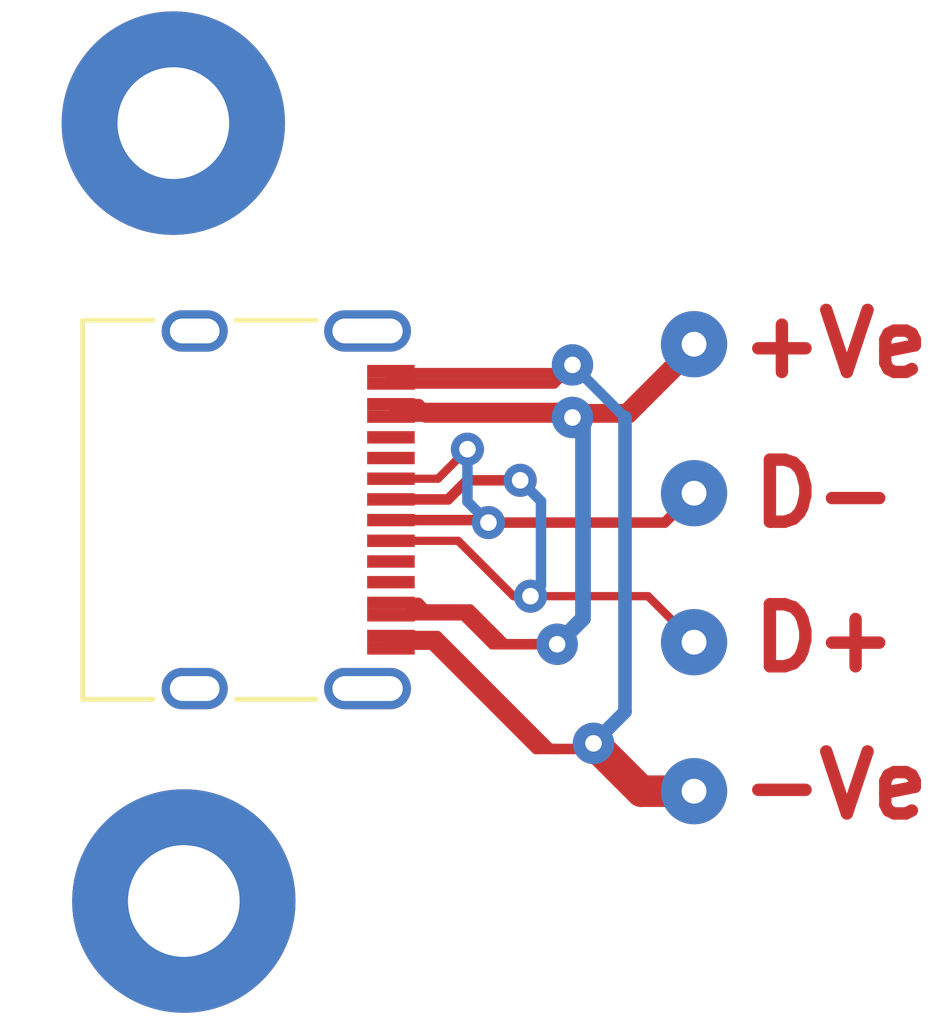
<source format=kicad_pcb>
(kicad_pcb (version 20211014) (generator pcbnew)
  (title_block (title "USB Type C Breakout board ") (date "2022-01-02") (rev "1"))
  (layers (0 "F.Cu" signal) (31 "B.Cu" signal) (34 "B.Paste" user) (35 "F.Paste" user) (36 "B.SilkS" user "B.Silkscreen") (37 "F.SilkS" user "F.Silkscreen") (38 "B.Mask" user) (39 "F.Mask" user) (44 "Edge.Cuts" user))
  (net 0 "")
  (net 1 "Net-(J1-PadA1)")
  (net 2 "Net-(J1-PadA4)")
  (net 4 "Net-(J1-PadA6)")
  (net 5 "Net-(J1-PadA7)")
  (footprint "MountingHole:MountingHole_2.7mm_Pad" (layer "F.Cu") (at 89.408 57.658)
    (fp_text reference "REF**" hide)
    (fp_text value "2.7mm" hide)
    (pad "1" thru_hole circle (at 0 0) (size 5.4 5.4) (drill 2.7) (layers *.Cu *.Mask))
  )
  (footprint "Connector_Wire:SolderWire-0.1sqmm_1x04_P3.6mm_D0.4mm_OD1mm" (layer "F.Cu") (at 102 63 -90)
    (fp_text reference "J2" hide)
    (fp_text value "Conn")
    (pad "1" thru_hole oval (at 0 0 270) (size 1.6 1.6) (drill 0.6) (layers *.Cu *.Mask) (net 2 "Net-(J1-PadA4)"))
    (pad "2" thru_hole circle (at 3.6 0 270) (size 1.6 1.6) (drill 0.6) (layers *.Cu *.Mask) (net 5 "Net-(J1-PadA7)"))
    (pad "3" thru_hole circle (at 7.2 0 270) (size 1.6 1.6) (drill 0.6) (layers *.Cu *.Mask) (net 4 "Net-(J1-PadA6)"))
    (pad "4" thru_hole circle (at 10.8 0 270) (size 1.6 1.6) (drill 0.6) (layers *.Cu *.Mask) (net 1 "Net-(J1-PadA1)"))
  )
  (footprint "Connector_USB:USB_C_Receptacle_XKB_U262-16XN-4BVC11" (layer "F.Cu") (at 91 67 -90)
    (fp_text reference "J1" hide)
    (fp_text value "USBC")
    (fp_line (start 4.58 3.785) (end -4.58 3.785) (layer "F.SilkS") (width 0.12))
    (fp_line (start -4.58 -1.85) (end -4.58 0.07) (layer "F.SilkS") (width 0.12))
    (fp_line (start 4.58 2.08) (end 4.58 3.785) (layer "F.SilkS") (width 0.12))
    (fp_line (start -4.58 3.785) (end -4.58 2.08) (layer "F.SilkS") (width 0.12))
    (fp_line (start 4.58 0.07) (end 4.58 -1.85) (layer "F.SilkS") (width 0.12))
    (pad "" np_thru_hole circle (at -2.89 -2.605 270) (size 0.65 0.65) (drill 0.65) (layers *.Cu *.Mask))
    (pad "" np_thru_hole circle (at 2.89 -2.605 270) (size 0.65 0.65) (drill 0.65) (layers *.Cu *.Mask))
    (pad "A1" smd rect (at -3.35 -3.67 270) (size 0.3 1.15) (layers "F.Cu" "F.Paste" "F.Mask") (net 1 "Net-(J1-PadA1)"))
    (pad "A4" smd rect (at -2.55 -3.67 270) (size 0.3 1.15) (layers "F.Cu" "F.Paste" "F.Mask") (net 2 "Net-(J1-PadA4)"))
    (pad "A5" smd rect (at -1.25 -3.67 270) (size 0.3 1.15) (layers "F.Cu" "F.Paste" "F.Mask"))
    (pad "A6" smd rect (at -0.25 -3.67 270) (size 0.3 1.15) (layers "F.Cu" "F.Paste" "F.Mask") (net 4 "Net-(J1-PadA6)"))
    (pad "A7" smd rect (at 0.25 -3.67 270) (size 0.3 1.15) (layers "F.Cu" "F.Paste" "F.Mask") (net 5 "Net-(J1-PadA7)"))
    (pad "A8" smd rect (at 1.25 -3.67 270) (size 0.3 1.15) (layers "F.Cu" "F.Paste" "F.Mask"))
    (pad "A9" smd rect (at 2.55 -3.67 270) (size 0.3 1.15) (layers "F.Cu" "F.Paste" "F.Mask") (net 2 "Net-(J1-PadA4)"))
    (pad "A12" smd rect (at 3.35 -3.67 270) (size 0.3 1.15) (layers "F.Cu" "F.Paste" "F.Mask") (net 1 "Net-(J1-PadA1)"))
    (pad "B1" smd rect (at 3.05 -3.67 270) (size 0.3 1.15) (layers "F.Cu" "F.Paste" "F.Mask") (net 1 "Net-(J1-PadA1)"))
    (pad "B4" smd rect (at 2.25 -3.67 270) (size 0.3 1.15) (layers "F.Cu" "F.Paste" "F.Mask") (net 2 "Net-(J1-PadA4)"))
    (pad "B5" smd rect (at 1.75 -3.67 270) (size 0.3 1.15) (layers "F.Cu" "F.Paste" "F.Mask"))
    (pad "B6" smd rect (at 0.75 -3.67 270) (size 0.3 1.15) (layers "F.Cu" "F.Paste" "F.Mask") (net 4 "Net-(J1-PadA6)"))
    (pad "B7" smd rect (at -0.75 -3.67 270) (size 0.3 1.15) (layers "F.Cu" "F.Paste" "F.Mask") (net 5 "Net-(J1-PadA7)"))
    (pad "B8" smd rect (at -1.75 -3.67 270) (size 0.3 1.15) (layers "F.Cu" "F.Paste" "F.Mask"))
    (pad "B9" smd rect (at -2.25 -3.67 270) (size 0.3 1.15) (layers "F.Cu" "F.Paste" "F.Mask") (net 2 "Net-(J1-PadA4)"))
    (pad "B12" smd rect (at -3.05 -3.67 270) (size 0.3 1.15) (layers "F.Cu" "F.Paste" "F.Mask") (net 1 "Net-(J1-PadA1)"))
    (pad "S1" thru_hole oval (at -4.32 -3.105 270) (size 1 2.1) (drill oval 0.6 1.7) (layers *.Cu *.Mask))
    (pad "S1" thru_hole oval (at 4.32 1.075 270) (size 1 1.6) (drill oval 0.6 1.2) (layers *.Cu *.Mask))
    (pad "S1" thru_hole oval (at -4.32 1.075 270) (size 1 1.6) (drill oval 0.6 1.2) (layers *.Cu *.Mask))
    (pad "S1" thru_hole oval (at 4.32 -3.105 270) (size 1 2.1) (drill oval 0.6 1.7) (layers *.Cu *.Mask))
  )
  (footprint "MountingHole:MountingHole_2.7mm_Pad" (layer "F.Cu") (at 89.662 76.454)
    (fp_text reference "REF**" hide)
    (fp_text value "2.7mm" hide)
    (pad "1" thru_hole circle (at 0 0) (size 5.4 5.4) (drill 2.7) (layers *.Cu *.Mask))
  )
  (gr_text "-Ve\n" (at 105.41 73.66) (layer "F.Cu") (effects (font (size 1.5 1.5) (thickness 0.3))))
  (gr_text "+Ve" (at 105.41 62.992) (layer "F.Cu") (effects (font (size 1.5 1.5) (thickness 0.3))))
  (gr_text "D+\n" (at 105.156 70.104) (layer "F.Cu") (effects (font (size 1.5 1.5) (thickness 0.3))))
  (gr_text "D-\n\n" (at 105.156 67.818) (layer "F.Cu") (effects (font (size 1.5 1.5) (thickness 0.3))))
  (segment (start 98.86 63.7) (end 99.06 63.5) (width 0.254) (layer "F.Cu") (net 1))
  (segment (start 102 73.8) (end 100.724 73.8) (width 0.762) (layer "F.Cu") (net 1))
  (segment (start 94.72 63.7) (end 98.86 63.7) (width 0.254) (layer "F.Cu") (net 1))
  (segment (start 95.79 70.05) (end 98.52 72.78) (width 0.25) (layer "F.Cu") (net 1))
  (segment (start 94.67 70.35) (end 94.76 70.26) (width 0.254) (layer "F.Cu") (net 1))
  (segment (start 94.67 63.65) (end 94.72 63.7) (width 0.254) (layer "F.Cu") (net 1))
  (segment (start 94.67 63.95) (end 98.61 63.95) (width 0.254) (layer "F.Cu") (net 1))
  (segment (start 94.67 70.05) (end 95.79 70.05) (width 0.25) (layer "F.Cu") (net 1))
  (segment (start 100.724 73.8) (end 99.568 72.644) (width 0.762) (layer "F.Cu") (net 1))
  (segment (start 95.66 70.26) (end 98.18 72.78) (width 0.254) (layer "F.Cu") (net 1))
  (segment (start 98.18 72.78) (end 98.67 72.78) (width 0.254) (layer "F.Cu") (net 1))
  (segment (start 98.67 72.78) (end 99.432 72.78) (width 0.254) (layer "F.Cu") (net 1))
  (segment (start 94.76 70.26) (end 95.66 70.26) (width 0.254) (layer "F.Cu") (net 1))
  (segment (start 98.52 72.78) (end 98.67 72.78) (width 0.25) (layer "F.Cu") (net 1))
  (segment (start 98.61 63.95) (end 99.06 63.5) (width 0.254) (layer "F.Cu") (net 1))
  (segment (start 94.67 63.65) (end 94.67 63.95) (width 0.254) (layer "F.Cu") (net 1))
  (segment (start 99.432 72.78) (end 99.568 72.644) (width 0.254) (layer "F.Cu") (net 1))
  (via (at 99.568 72.644) (size 1) (drill 0.4) (layers "F.Cu" "B.Cu") (net 1))
  (via (at 99.06 63.5) (size 1) (drill 0.4) (layers "F.Cu" "B.Cu") (net 1))
  (segment (start 99.06 63.5) (end 100.33 64.77) (width 0.254) (layer "B.Cu") (net 1))
  (segment (start 100.33 64.77) (end 100.33 71.882) (width 0.3302) (layer "B.Cu") (net 1))
  (segment (start 100.33 71.882) (end 99.568 72.644) (width 0.3302) (layer "B.Cu") (net 1))
  (segment (start 98.83 64.54) (end 94.76 64.54) (width 0.254) (layer "F.Cu") (net 2))
  (segment (start 97.128 70.25) (end 98.69 70.25) (width 0.254) (layer "F.Cu") (net 2))
  (segment (start 94.76 64.54) (end 94.67 64.45) (width 0.254) (layer "F.Cu") (net 2))
  (segment (start 99.06 64.77) (end 98.83 64.54) (width 0.254) (layer "F.Cu") (net 2))
  (segment (start 95.33 69.25) (end 95.49 69.41) (width 0.254) (layer "F.Cu") (net 2))
  (segment (start 96.58 69.41) (end 97.42 70.25) (width 0.254) (layer "F.Cu") (net 2))
  (segment (start 102 63) (end 101.9 63) (width 0.254) (layer "F.Cu") (net 2))
  (segment (start 95.184 64.45) (end 95.35 64.45) (width 0.254) (layer "F.Cu") (net 2))
  (segment (start 96.428 69.55) (end 97.128 70.25) (width 0.254) (layer "F.Cu") (net 2))
  (segment (start 102 63.24) (end 102 63) (width 0.254) (layer "F.Cu") (net 2))
  (segment (start 95.35 64.45) (end 95.6 64.7) (width 0.254) (layer "F.Cu") (net 2))
  (segment (start 99.26 64.57) (end 99.06 64.77) (width 0.254) (layer "F.Cu") (net 2))
  (segment (start 94.67 64.75) (end 95.484 64.75) (width 0.254) (layer "F.Cu") (net 2))
  (segment (start 97.42 70.25) (end 98.69 70.25) (width 0.254) (layer "F.Cu") (net 2))
  (segment (start 94.67 69.55) (end 95.09 69.55) (width 0.254) (layer "F.Cu") (net 2))
  (segment (start 95.36 69.28) (end 95.33 69.25) (width 0.254) (layer "F.Cu") (net 2))
  (segment (start 95.484 64.75) (end 95.184 64.45) (width 0.254) (layer "F.Cu") (net 2))
  (segment (start 100.47 64.77) (end 102 63.24) (width 0.254) (layer "F.Cu") (net 2))
  (segment (start 101.9 63) (end 100.33 64.57) (width 0.254) (layer "F.Cu") (net 2))
  (segment (start 95.09 69.55) (end 95.36 69.28) (width 0.254) (layer "F.Cu") (net 2))
  (segment (start 100.33 64.57) (end 99.26 64.57) (width 0.254) (layer "F.Cu") (net 2))
  (segment (start 94.67 69.55) (end 96.428 69.55) (width 0.254) (layer "F.Cu") (net 2))
  (segment (start 95.49 69.41) (end 96.58 69.41) (width 0.254) (layer "F.Cu") (net 2))
  (segment (start 95.484 64.75) (end 95.504 64.77) (width 0.254) (layer "F.Cu") (net 2))
  (segment (start 95.33 69.25) (end 94.67 69.25) (width 0.254) (layer "F.Cu") (net 2))
  (segment (start 95.504 64.77) (end 100.47 64.77) (width 0.254) (layer "F.Cu") (net 2))
  (via (at 98.69 70.25) (size 1) (drill 0.4) (layers "F.Cu" "B.Cu") (net 2))
  (via (at 99.06 64.77) (size 1) (drill 0.4) (layers "F.Cu" "B.Cu") (net 2))
  (segment (start 98.69 70.25) (end 99.314 69.626) (width 0.381) (layer "B.Cu") (net 2))
  (segment (start 99.314 69.626) (end 99.314 65.024) (width 0.381) (layer "B.Cu") (net 2))
  (segment (start 99.314 65.024) (end 99.06 64.77) (width 0.381) (layer "B.Cu") (net 2))
  (segment (start 96.052571 66.75) (end 96.514285 66.288286) (width 0.254) (layer "F.Cu") (net 4))
  (segment (start 97.634243 69.088) (end 98.044 69.088) (width 0.2) (layer "F.Cu") (net 4))
  (segment (start 94.67 67.75) (end 96.296243 67.75) (width 0.2) (layer "F.Cu") (net 4))
  (segment (start 96.514285 66.288286) (end 97.795714 66.288286) (width 0.254) (layer "F.Cu") (net 4))
  (segment (start 100.888 69.088) (end 102 70.2) (width 0.2) (layer "F.Cu") (net 4))
  (segment (start 96.296243 67.75) (end 97.634243 69.088) (width 0.2) (layer "F.Cu") (net 4))
  (segment (start 94.67 66.75) (end 96.052571 66.75) (width 0.254) (layer "F.Cu") (net 4))
  (segment (start 98.044 69.088) (end 100.888 69.088) (width 0.2) (layer "F.Cu") (net 4))
  (via (at 97.795714 66.288286) (size 0.8) (drill 0.4) (layers "F.Cu" "B.Cu") (net 4))
  (via (at 98.044 69.088) (size 0.8) (drill 0.4) (layers "F.Cu" "B.Cu") (net 4))
  (segment (start 98.298 68.834) (end 98.298 66.790572) (width 0.254) (layer "B.Cu") (net 4))
  (segment (start 98.298 66.790572) (end 97.795714 66.288286) (width 0.254) (layer "B.Cu") (net 4))
  (segment (start 98.044 69.088) (end 98.298 68.834) (width 0.254) (layer "B.Cu") (net 4))
  (segment (start 94.67 67.25) (end 96.968 67.25) (width 0.254) (layer "F.Cu") (net 5))
  (segment (start 101.29 67.31) (end 97.028 67.31) (width 0.254) (layer "F.Cu") (net 5))
  (segment (start 102 66.6) (end 101.29 67.31) (width 0.254) (layer "F.Cu") (net 5))
  (segment (start 95.8065 66.25) (end 96.52 65.5365) (width 0.2) (layer "F.Cu") (net 5))
  (segment (start 96.968 67.25) (end 97.028 67.31) (width 0.254) (layer "F.Cu") (net 5))
  (segment (start 94.67 66.25) (end 95.8065 66.25) (width 0.2) (layer "F.Cu") (net 5))
  (via (at 97.028 67.31) (size 0.8) (drill 0.4) (layers "F.Cu" "B.Cu") (net 5))
  (via (at 96.52 65.5365) (size 0.8) (drill 0.4) (layers "F.Cu" "B.Cu") (net 5))
  (segment (start 96.52 66.802) (end 96.52 65.5365) (width 0.254) (layer "B.Cu") (net 5))
  (segment (start 97.028 67.31) (end 96.52 66.802) (width 0.254) (layer "B.Cu") (net 5))
)
</source>
